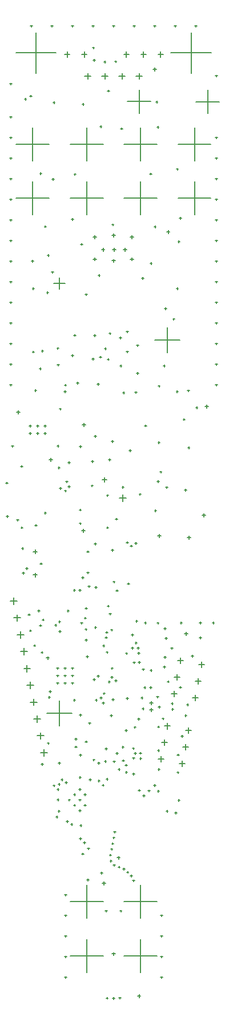
<source format=gbr>
G04 Layer_Color=128*
%FSLAX25Y25*%
%MOIN*%
%TF.FileFunction,Drillmap*%
%TF.Part,Single*%
G01*
G75*
%TA.AperFunction,NonConductor*%
%ADD143C,0.00500*%
D143*
X-46881Y294500D02*
X-44519D01*
X-45700Y293319D02*
Y295681D01*
X-46881Y307886D02*
X-44519D01*
X-45700Y306705D02*
Y309067D01*
X-44668Y200694D02*
X-40731D01*
X-42700Y198726D02*
Y202663D01*
X45971Y222771D02*
X49317D01*
X47644Y221098D02*
Y224444D01*
X33604Y225175D02*
X36950D01*
X35277Y223502D02*
Y226848D01*
X35482Y234837D02*
X38828D01*
X37155Y233163D02*
Y236510D01*
X37360Y244498D02*
X40706D01*
X39033Y242825D02*
Y246172D01*
X49727Y242094D02*
X53073D01*
X51400Y240421D02*
Y243768D01*
X47849Y232433D02*
X51195D01*
X49522Y230760D02*
Y234106D01*
X29838Y206360D02*
X33184D01*
X31511Y204687D02*
Y208033D01*
X42205Y203956D02*
X45551D01*
X43878Y202283D02*
Y205629D01*
X40327Y194295D02*
X43673D01*
X42000Y192621D02*
Y195968D01*
X38449Y184633D02*
X41795D01*
X40122Y182960D02*
Y186306D01*
X26082Y187037D02*
X29428D01*
X27755Y185363D02*
Y188710D01*
X27960Y196698D02*
X31306D01*
X29633Y195025D02*
Y198372D01*
X-18675Y597457D02*
X-15525D01*
X-17100Y595882D02*
Y599031D01*
X-28675Y597457D02*
X-25525D01*
X-27100Y595882D02*
Y599031D01*
X5925Y597457D02*
X9075D01*
X7500Y595882D02*
Y599031D01*
X25925Y597457D02*
X29075D01*
X27500Y595882D02*
Y599031D01*
X15925Y597457D02*
X19075D01*
X17500Y595882D02*
Y599031D01*
X2138Y129728D02*
X3738D01*
X2938Y128928D02*
Y130528D01*
X-42669Y190894D02*
X-38732D01*
X-40700Y188926D02*
Y192863D01*
X-46595Y210523D02*
X-42658D01*
X-44627Y208555D02*
Y212492D01*
X6102Y513779D02*
X25394D01*
X15748Y504134D02*
Y523425D01*
X37598Y513779D02*
X56890D01*
X47244Y504134D02*
Y523425D01*
X37598Y545276D02*
X56890D01*
X47244Y535630D02*
Y554921D01*
X6102Y545276D02*
X25394D01*
X15748Y535630D02*
Y554921D01*
X-56890Y513779D02*
X-37598D01*
X-47244Y504134D02*
Y523425D01*
X-25394Y513779D02*
X-6102D01*
X-15748Y504134D02*
Y523425D01*
X-25394Y545276D02*
X-6102D01*
X-15748Y535630D02*
Y554921D01*
X-56890Y545276D02*
X-37598D01*
X-47244Y535630D02*
Y554921D01*
X-25394Y104331D02*
X-6102D01*
X-15748Y94685D02*
Y113976D01*
X6102Y104331D02*
X25394D01*
X15748Y94685D02*
Y113976D01*
X6102Y72638D02*
X25394D01*
X15748Y62992D02*
Y82284D01*
X-25394Y72638D02*
X-6102D01*
X-15748Y62992D02*
Y82284D01*
X-57087Y598425D02*
X-33465D01*
X-45276Y586614D02*
Y610236D01*
X33465Y598425D02*
X57087D01*
X45276Y586614D02*
Y610236D01*
X-50480Y230142D02*
X-46543D01*
X-48512Y228174D02*
Y232111D01*
X-52423Y239952D02*
X-48486D01*
X-50454Y237983D02*
Y241920D01*
X-54365Y249761D02*
X-50428D01*
X-52396Y247793D02*
Y251730D01*
X-56307Y259571D02*
X-52370D01*
X-54339Y257602D02*
Y261539D01*
X-58250Y269380D02*
X-54313D01*
X-56281Y267412D02*
Y271349D01*
X-60192Y279190D02*
X-56255D01*
X-58223Y277221D02*
Y281158D01*
X-48538Y220333D02*
X-44601D01*
X-46569Y218364D02*
Y222301D01*
X48010Y570000D02*
X61790D01*
X54900Y563110D02*
Y576890D01*
X8010Y570100D02*
X21790D01*
X14900Y563210D02*
Y576990D01*
X3321Y339199D02*
X7258D01*
X5289Y337230D02*
Y341167D01*
X-6667Y349778D02*
X-3911D01*
X-5289Y348400D02*
Y351155D01*
X13128Y584800D02*
X16672D01*
X14900Y583028D02*
Y586572D01*
X3128Y584800D02*
X6672D01*
X4900Y583028D02*
Y586572D01*
X-6872Y584800D02*
X-3328D01*
X-5100Y583028D02*
Y586572D01*
X-16872Y584800D02*
X-13328D01*
X-15100Y583028D02*
Y586572D01*
X24213Y431102D02*
X38780D01*
X31496Y423819D02*
Y438386D01*
X-38780Y213779D02*
X-24213D01*
X-31496Y206496D02*
Y221063D01*
X-34843Y464173D02*
X-28150D01*
X-31496Y460827D02*
Y467520D01*
X-12890Y360500D02*
X-11709D01*
X-12300Y359910D02*
Y361090D01*
X9809Y311300D02*
X10991D01*
X10400Y310710D02*
Y311891D01*
X30509Y345400D02*
X31691D01*
X31100Y344810D02*
Y345990D01*
X37609Y163100D02*
X38791D01*
X38200Y162509D02*
Y163691D01*
X37128Y189618D02*
X38309D01*
X37718Y189027D02*
Y190208D01*
X33709Y219500D02*
X34891D01*
X34300Y218910D02*
Y220091D01*
X26109Y217500D02*
X27291D01*
X26700Y216910D02*
Y218091D01*
X-33691Y153600D02*
X-32509D01*
X-33100Y153009D02*
Y154191D01*
X-19990Y324400D02*
X-18810D01*
X-19400Y323810D02*
Y324991D01*
X-19990Y332300D02*
X-18810D01*
X-19400Y331710D02*
Y332891D01*
X-36191Y470700D02*
X-35009D01*
X-35600Y470110D02*
Y471290D01*
X-47791Y477100D02*
X-46609D01*
X-47200Y476510D02*
Y477691D01*
X-47391Y461100D02*
X-46209D01*
X-46800Y460509D02*
Y461691D01*
X-47391Y424300D02*
X-46209D01*
X-46800Y423709D02*
Y424891D01*
X-43291Y414500D02*
X-42109D01*
X-42700Y413909D02*
Y415091D01*
X-40391Y330600D02*
X-39209D01*
X-39800Y330010D02*
Y331190D01*
X-53690Y309900D02*
X-52509D01*
X-53100Y309310D02*
Y310490D01*
X-54090Y322000D02*
X-52909D01*
X-53500Y321410D02*
Y322590D01*
X-45891Y323300D02*
X-44709D01*
X-45300Y322709D02*
Y323890D01*
X-62490Y328600D02*
X-61309D01*
X-61900Y328010D02*
Y329190D01*
X-62890Y348000D02*
X-61709D01*
X-62300Y347410D02*
Y348590D01*
X-54134Y357677D02*
X-52953D01*
X-53543Y357087D02*
Y358268D01*
X-32391Y356800D02*
X-31209D01*
X-31800Y356209D02*
Y357390D01*
X-2791Y361600D02*
X-1609D01*
X-2200Y361010D02*
Y362191D01*
X-4091Y340700D02*
X-2909D01*
X-3500Y340109D02*
Y341290D01*
X1110Y327000D02*
X2290D01*
X1700Y326410D02*
Y327590D01*
X-4091Y322000D02*
X-2909D01*
X-3500Y321410D02*
Y322590D01*
X23910Y331800D02*
X25091D01*
X24500Y331209D02*
Y332390D01*
X4909Y345600D02*
X6091D01*
X5500Y345009D02*
Y346191D01*
X14909Y341400D02*
X16091D01*
X15500Y340809D02*
Y341990D01*
X41409Y343800D02*
X42591D01*
X42000Y343210D02*
Y344391D01*
X43309Y368500D02*
X44491D01*
X43900Y367910D02*
Y369091D01*
X25909Y371600D02*
X27091D01*
X26500Y371009D02*
Y372190D01*
X40609Y385000D02*
X41791D01*
X41200Y384409D02*
Y385591D01*
X27009Y354400D02*
X28191D01*
X27600Y353809D02*
Y354991D01*
X18110Y381300D02*
X19290D01*
X18700Y380710D02*
Y381891D01*
X9209Y366800D02*
X10391D01*
X9800Y366210D02*
Y367390D01*
X-1190Y372100D02*
X-10D01*
X-600Y371510D02*
Y372691D01*
X-46091Y401800D02*
X-44909D01*
X-45500Y401209D02*
Y402390D01*
X-21490Y406200D02*
X-20310D01*
X-20900Y405610D02*
Y406790D01*
X-9491Y405600D02*
X-8309D01*
X-8900Y405010D02*
Y406190D01*
X5309Y400500D02*
X6491D01*
X5900Y399909D02*
Y401090D01*
X13409Y411900D02*
X14591D01*
X14000Y411309D02*
Y412491D01*
X3709Y416200D02*
X4891D01*
X4300Y415610D02*
Y416790D01*
X29009Y416100D02*
X30191D01*
X29600Y415510D02*
Y416690D01*
X26009Y404400D02*
X27191D01*
X26600Y403809D02*
Y404990D01*
X34609Y443400D02*
X35791D01*
X35200Y442809D02*
Y443991D01*
X-11591Y433800D02*
X-10409D01*
X-11000Y433210D02*
Y434390D01*
X-5291Y426200D02*
X-4109D01*
X-4700Y425609D02*
Y426791D01*
X-12591Y420100D02*
X-11409D01*
X-12000Y419510D02*
Y420690D01*
X-24490Y422100D02*
X-23310D01*
X-23900Y421510D02*
Y422690D01*
X-42091Y424900D02*
X-40909D01*
X-41500Y424309D02*
Y425491D01*
X-39091Y458800D02*
X-37909D01*
X-38500Y458210D02*
Y459390D01*
X-16590Y457700D02*
X-15409D01*
X-16000Y457109D02*
Y458290D01*
X38509Y502100D02*
X39691D01*
X39100Y501510D02*
Y502691D01*
X37609Y488500D02*
X38791D01*
X38200Y487910D02*
Y489090D01*
X21309Y475800D02*
X22490D01*
X21900Y475210D02*
Y476391D01*
X-8991Y468800D02*
X-7809D01*
X-8400Y468210D02*
Y469390D01*
X23709Y497200D02*
X24891D01*
X24300Y496609D02*
Y497790D01*
X-991Y498400D02*
X190D01*
X-400Y497810D02*
Y498990D01*
X-19191Y487000D02*
X-18010D01*
X-18600Y486410D02*
Y487591D01*
X-40391Y497300D02*
X-39209D01*
X-39800Y496709D02*
Y497891D01*
X-24590Y501600D02*
X-23410D01*
X-24000Y501010D02*
Y502190D01*
X-43091Y528100D02*
X-41909D01*
X-42500Y527509D02*
Y528690D01*
X-23090Y527700D02*
X-21910D01*
X-22500Y527109D02*
Y528291D01*
X21110Y528000D02*
X22290D01*
X21700Y527410D02*
Y528590D01*
X36709Y530700D02*
X37891D01*
X37300Y530110D02*
Y531290D01*
X25310Y555200D02*
X26491D01*
X25900Y554609D02*
Y555791D01*
X24710Y569800D02*
X25891D01*
X25300Y569209D02*
Y570391D01*
X-12291Y601400D02*
X-11109D01*
X-11700Y600809D02*
Y601991D01*
X-11891Y594100D02*
X-10709D01*
X-11300Y593509D02*
Y594691D01*
X709Y593400D02*
X1891D01*
X1300Y592809D02*
Y593991D01*
X-35291Y569500D02*
X-34109D01*
X-34700Y568910D02*
Y570090D01*
X-7991Y555600D02*
X-6809D01*
X-7400Y555010D02*
Y556190D01*
X-18291Y568500D02*
X-17109D01*
X-17700Y567909D02*
Y569091D01*
X-3591Y576300D02*
X-2410D01*
X-3000Y575709D02*
Y576891D01*
X-32791Y416700D02*
X-31609D01*
X-32200Y416110D02*
Y417290D01*
X42709Y218900D02*
X43891D01*
X43300Y218309D02*
Y219491D01*
X41609Y212500D02*
X42791D01*
X42200Y211910D02*
Y213090D01*
X39509Y200600D02*
X40691D01*
X40100Y200009D02*
Y201191D01*
X29509Y246600D02*
X30691D01*
X30100Y246009D02*
Y247190D01*
X16809Y239400D02*
X17990D01*
X17400Y238809D02*
Y239990D01*
X21309Y238900D02*
X22490D01*
X21900Y238310D02*
Y239491D01*
X29209Y240800D02*
X30391D01*
X29800Y240210D02*
Y241390D01*
X45509Y247100D02*
X46691D01*
X46100Y246510D02*
Y247691D01*
X57709Y266600D02*
X58890D01*
X58300Y266009D02*
Y267191D01*
X50109Y257900D02*
X51291D01*
X50700Y257310D02*
Y258490D01*
X50109Y266600D02*
X51291D01*
X50700Y266009D02*
Y267191D01*
X38909Y266500D02*
X40091D01*
X39500Y265910D02*
Y267091D01*
X29509Y263100D02*
X30691D01*
X30100Y262509D02*
Y263690D01*
X25310Y266400D02*
X26491D01*
X25900Y265809D02*
Y266990D01*
X18010Y266600D02*
X19191D01*
X18600Y266009D02*
Y267191D01*
X12910Y267500D02*
X14090D01*
X13500Y266910D02*
Y268091D01*
X-2490Y271700D02*
X-1309D01*
X-1900Y271110D02*
Y272290D01*
X1510Y285300D02*
X2691D01*
X2100Y284710D02*
Y285891D01*
X-15590Y308000D02*
X-14410D01*
X-15000Y307410D02*
Y308591D01*
X-16590Y275000D02*
X-15409D01*
X-16000Y274410D02*
Y275590D01*
X-18590Y292900D02*
X-17410D01*
X-18000Y292309D02*
Y293491D01*
X-10891Y287100D02*
X-9709D01*
X-10300Y286509D02*
Y287690D01*
X-14890Y287700D02*
X-13710D01*
X-14300Y287109D02*
Y288291D01*
X-44191Y273500D02*
X-43009D01*
X-43600Y272909D02*
Y274091D01*
X-27091Y273600D02*
X-25909D01*
X-26500Y273009D02*
Y274190D01*
X-16590Y256500D02*
X-15409D01*
X-16000Y255909D02*
Y257090D01*
X-15790Y246900D02*
X-14609D01*
X-15200Y246309D02*
Y247491D01*
X-37491Y226500D02*
X-36309D01*
X-36900Y225909D02*
Y227091D01*
X-42191Y184200D02*
X-41009D01*
X-41600Y183609D02*
Y184791D01*
X-22591Y194300D02*
X-21409D01*
X-22000Y193709D02*
Y194891D01*
X-16590Y197300D02*
X-15409D01*
X-16000Y196709D02*
Y197891D01*
X-5291Y185900D02*
X-4109D01*
X-4700Y185309D02*
Y186491D01*
X-12091Y186700D02*
X-10909D01*
X-11500Y186109D02*
Y187291D01*
X-32385Y156853D02*
X-31204D01*
X-31795Y156262D02*
Y157443D01*
X-33021Y163586D02*
X-31840D01*
X-32430Y162995D02*
Y164176D01*
X-35291Y171695D02*
X-34109D01*
X-34700Y171104D02*
Y172285D01*
X35809Y155800D02*
X36991D01*
X36400Y155209D02*
Y156391D01*
X30709Y156800D02*
X31891D01*
X31300Y156209D02*
Y157391D01*
X9809Y119100D02*
X10991D01*
X10400Y118509D02*
Y119691D01*
X7709Y121300D02*
X8891D01*
X8300Y120709D02*
Y121891D01*
X109Y144700D02*
X1290D01*
X700Y144109D02*
Y145291D01*
X-390Y141400D02*
X790D01*
X200Y140809D02*
Y141991D01*
X-1091Y138000D02*
X91D01*
X-500Y137409D02*
Y138591D01*
X-1691Y134700D02*
X-509D01*
X-1100Y134109D02*
Y135291D01*
X-2390Y131300D02*
X-1209D01*
X-1800Y130709D02*
Y131891D01*
X-2090Y127900D02*
X-910D01*
X-1500Y127309D02*
Y128491D01*
X-190Y125400D02*
X991D01*
X400Y124809D02*
Y125991D01*
X-11191Y312500D02*
X-10009D01*
X-10600Y311910D02*
Y313090D01*
X-1190Y308900D02*
X-10D01*
X-600Y308310D02*
Y309490D01*
X8109Y289300D02*
X9291D01*
X8700Y288709D02*
Y289891D01*
X-49091Y262000D02*
X-47909D01*
X-48500Y261409D02*
Y262591D01*
X-43191Y265000D02*
X-42009D01*
X-42600Y264409D02*
Y265591D01*
X-17090Y269300D02*
X-15910D01*
X-16500Y268709D02*
Y269890D01*
X-11091Y263900D02*
X-9909D01*
X-10500Y263310D02*
Y264491D01*
X33909Y216200D02*
X35091D01*
X34500Y215610D02*
Y216791D01*
X28309Y210700D02*
X29491D01*
X28900Y210109D02*
Y211291D01*
X21210Y228900D02*
X22390D01*
X21800Y228309D02*
Y229490D01*
X25210Y223400D02*
X26391D01*
X25800Y222810D02*
Y223991D01*
X-3091Y232100D02*
X-1909D01*
X-2500Y231509D02*
Y232691D01*
X-1481Y234780D02*
X-300D01*
X-891Y234189D02*
Y235370D01*
X809Y232894D02*
X1991D01*
X1400Y232304D02*
Y233485D01*
X-891Y221800D02*
X291D01*
X-300Y221210D02*
Y222391D01*
X-15590Y295700D02*
X-14410D01*
X-15000Y295110D02*
Y296290D01*
X-42891Y301000D02*
X-41709D01*
X-42300Y300410D02*
Y301590D01*
X-49791Y271300D02*
X-48609D01*
X-49200Y270709D02*
Y271890D01*
X17709Y228800D02*
X18891D01*
X18300Y228209D02*
Y229391D01*
X25609Y168500D02*
X26791D01*
X26200Y167909D02*
Y169091D01*
X-41691Y268300D02*
X-40509D01*
X-41100Y267709D02*
Y268891D01*
X-31489Y344777D02*
X-30308D01*
X-30899Y344186D02*
Y345368D01*
X-28691Y343400D02*
X-27509D01*
X-28100Y342810D02*
Y343990D01*
X-27891Y348694D02*
X-26709D01*
X-27300Y348104D02*
Y349285D01*
X-38691Y480600D02*
X-37509D01*
X-38100Y480010D02*
Y481190D01*
X4109Y554300D02*
X5291D01*
X4700Y553710D02*
Y554890D01*
X-56590Y326400D02*
X-55409D01*
X-56000Y325810D02*
Y326991D01*
X-46691Y253300D02*
X-45509D01*
X-46100Y252710D02*
Y253890D01*
X-19191Y266400D02*
X-18010D01*
X-18600Y265809D02*
Y266990D01*
X-16691Y262700D02*
X-15509D01*
X-16100Y262109D02*
Y263291D01*
X-32091Y267200D02*
X-30909D01*
X-31500Y266610D02*
Y267791D01*
X-31791Y261600D02*
X-30609D01*
X-31200Y261010D02*
Y262191D01*
X-34291Y265100D02*
X-33109D01*
X-33700Y264510D02*
Y265690D01*
X-23391Y221495D02*
X-22209D01*
X-22800Y220904D02*
Y222085D01*
X-11891Y233500D02*
X-10709D01*
X-11300Y232909D02*
Y234090D01*
X-9591Y235500D02*
X-8409D01*
X-9000Y234910D02*
Y236090D01*
X-7791Y222900D02*
X-6609D01*
X-7200Y222309D02*
Y223491D01*
X-6091Y225400D02*
X-4909D01*
X-5500Y224810D02*
Y225991D01*
X-6491Y219795D02*
X-5309D01*
X-5900Y219204D02*
Y220385D01*
X17109Y165800D02*
X18291D01*
X17700Y165209D02*
Y166391D01*
X20210Y168700D02*
X21391D01*
X20800Y168109D02*
Y169291D01*
X14410Y168994D02*
X15590D01*
X15000Y168404D02*
Y169585D01*
X10509Y259600D02*
X11691D01*
X11100Y259010D02*
Y260191D01*
X-4491Y261000D02*
X-3309D01*
X-3900Y260409D02*
Y261591D01*
X14209Y248900D02*
X15391D01*
X14800Y248309D02*
Y249490D01*
X10509Y251900D02*
X11691D01*
X11100Y251309D02*
Y252490D01*
X11409Y243400D02*
X12591D01*
X12000Y242810D02*
Y243990D01*
X14510Y243500D02*
X15690D01*
X15100Y242910D02*
Y244091D01*
X7009Y248694D02*
X8191D01*
X7600Y248104D02*
Y249285D01*
X-51990Y571600D02*
X-50809D01*
X-51400Y571009D02*
Y572191D01*
X-48791Y573300D02*
X-47609D01*
X-48200Y572710D02*
Y573890D01*
X31309Y232295D02*
X32491D01*
X31900Y231704D02*
Y232885D01*
X-3691Y420000D02*
X-2510D01*
X-3100Y419410D02*
Y420590D01*
X-20190Y285600D02*
X-19010D01*
X-19600Y285010D02*
Y286191D01*
X-23391Y285600D02*
X-22209D01*
X-22800Y285010D02*
Y286191D01*
X-26591Y345800D02*
X-25409D01*
X-26000Y345210D02*
Y346391D01*
X-18584Y320195D02*
X-16616D01*
X-17600Y319211D02*
Y321180D01*
X53316Y392400D02*
X55284D01*
X54300Y391416D02*
Y393384D01*
X48009Y391900D02*
X49191D01*
X48600Y391309D02*
Y392491D01*
X51716Y329300D02*
X53684D01*
X52700Y328316D02*
Y330284D01*
X12509Y312800D02*
X13690D01*
X13100Y312210D02*
Y313390D01*
X7509Y424400D02*
X8691D01*
X8100Y423809D02*
Y424991D01*
X12409Y400700D02*
X13590D01*
X13000Y400109D02*
Y401291D01*
X-8191Y421300D02*
X-7009D01*
X-7600Y420710D02*
Y421890D01*
X36609Y401200D02*
X37791D01*
X37200Y400609D02*
Y401791D01*
X29809Y449500D02*
X30991D01*
X30400Y448910D02*
Y450091D01*
X-60491Y580400D02*
X-59310D01*
X-59900Y579810D02*
Y580991D01*
X-5691Y593200D02*
X-4509D01*
X-5100Y592610D02*
Y593790D01*
X9843Y478346D02*
X11811D01*
X10827Y477362D02*
Y479331D01*
X-11811Y478346D02*
X-9843D01*
X-10827Y477362D02*
Y479331D01*
X-984Y477362D02*
X984D01*
X0Y476378D02*
Y478346D01*
X-984Y492126D02*
X984D01*
X0Y491142D02*
Y493110D01*
X9843Y491142D02*
X11811D01*
X10827Y490158D02*
Y492126D01*
X-11811Y491142D02*
X-9843D01*
X-10827Y490158D02*
Y492126D01*
X30916Y494100D02*
X32884D01*
X31900Y493116D02*
Y495084D01*
X23216Y588900D02*
X25184D01*
X24200Y587916D02*
Y589884D01*
X-591Y47894D02*
X591D01*
X0Y47304D02*
Y48485D01*
X21116Y215794D02*
X23084D01*
X22100Y214810D02*
Y216779D01*
X-19891Y189495D02*
X-18710D01*
X-19300Y188904D02*
Y190085D01*
X-59591Y369394D02*
X-58410D01*
X-59000Y368804D02*
Y369985D01*
X13510Y428094D02*
X14691D01*
X14100Y427504D02*
Y428685D01*
X3409Y432594D02*
X4591D01*
X4000Y432004D02*
Y433185D01*
X-23190Y433994D02*
X-22009D01*
X-22600Y433404D02*
Y434585D01*
X16409Y467195D02*
X17591D01*
X17000Y466604D02*
Y467785D01*
X36709Y461195D02*
X37891D01*
X37300Y460604D02*
Y461785D01*
X43109Y401694D02*
X44291D01*
X43700Y401104D02*
Y402285D01*
X-18590Y131994D02*
X-17410D01*
X-18000Y131404D02*
Y132585D01*
X-13091Y346394D02*
X-11909D01*
X-12500Y345804D02*
Y346985D01*
X-15491Y116894D02*
X-14310D01*
X-14900Y116304D02*
Y117485D01*
X-4891Y98694D02*
X-3709D01*
X-4300Y98104D02*
Y99285D01*
X3709Y98694D02*
X4891D01*
X4300Y98104D02*
Y99285D01*
X11209Y116400D02*
X12391D01*
X11800Y115809D02*
Y116991D01*
X-19891Y140795D02*
X-18710D01*
X-19300Y140204D02*
Y141385D01*
X59409Y585094D02*
X60590D01*
X60000Y584504D02*
Y585685D01*
X-36591Y614094D02*
X-35409D01*
X-36000Y613504D02*
Y614685D01*
X-48591Y614094D02*
X-47409D01*
X-48000Y613504D02*
Y614685D01*
X47409Y614094D02*
X48591D01*
X48000Y613504D02*
Y614685D01*
X35409Y614094D02*
X36591D01*
X36000Y613504D02*
Y614685D01*
X23410Y614094D02*
X24590D01*
X24000Y613504D02*
Y614685D01*
X11409Y614094D02*
X12591D01*
X12000Y613504D02*
Y614685D01*
X-591Y614094D02*
X591D01*
X0Y613504D02*
Y614685D01*
X-12591Y614094D02*
X-11409D01*
X-12000Y613504D02*
Y614685D01*
X-24590Y614094D02*
X-23410D01*
X-24000Y613504D02*
Y614685D01*
X59409Y405094D02*
X60590D01*
X60000Y404504D02*
Y405685D01*
X59409Y417095D02*
X60590D01*
X60000Y416504D02*
Y417685D01*
X59409Y429095D02*
X60590D01*
X60000Y428504D02*
Y429685D01*
X59409Y441094D02*
X60590D01*
X60000Y440504D02*
Y441685D01*
X59409Y453094D02*
X60590D01*
X60000Y452504D02*
Y453685D01*
X59409Y465095D02*
X60590D01*
X60000Y464504D02*
Y465685D01*
X59409Y477095D02*
X60590D01*
X60000Y476504D02*
Y477685D01*
X59409Y489094D02*
X60590D01*
X60000Y488504D02*
Y489685D01*
X59409Y501094D02*
X60590D01*
X60000Y500504D02*
Y501685D01*
X59409Y513095D02*
X60590D01*
X60000Y512504D02*
Y513685D01*
X59409Y525095D02*
X60590D01*
X60000Y524504D02*
Y525685D01*
X59409Y537094D02*
X60590D01*
X60000Y536504D02*
Y537685D01*
X59409Y549094D02*
X60590D01*
X60000Y548504D02*
Y549685D01*
X-60590Y525095D02*
X-59409D01*
X-60000Y524504D02*
Y525685D01*
X-60590Y537094D02*
X-59409D01*
X-60000Y536504D02*
Y537685D01*
X-60590Y549094D02*
X-59409D01*
X-60000Y548504D02*
Y549685D01*
X-60590Y561095D02*
X-59409D01*
X-60000Y560504D02*
Y561685D01*
X-60590Y465095D02*
X-59409D01*
X-60000Y464504D02*
Y465685D01*
X-60590Y477095D02*
X-59409D01*
X-60000Y476504D02*
Y477685D01*
X-60590Y489094D02*
X-59409D01*
X-60000Y488504D02*
Y489685D01*
X-60590Y501094D02*
X-59409D01*
X-60000Y500504D02*
Y501685D01*
X-60590Y513095D02*
X-59409D01*
X-60000Y512504D02*
Y513685D01*
X-60590Y405094D02*
X-59409D01*
X-60000Y404504D02*
Y405685D01*
X-60590Y417095D02*
X-59409D01*
X-60000Y416504D02*
Y417685D01*
X-60590Y429095D02*
X-59409D01*
X-60000Y428504D02*
Y429685D01*
X-60590Y441094D02*
X-59409D01*
X-60000Y440504D02*
Y441685D01*
X-60590Y453094D02*
X-59409D01*
X-60000Y452504D02*
Y453685D01*
X27409Y60094D02*
X28591D01*
X28000Y59504D02*
Y60685D01*
X27409Y72095D02*
X28591D01*
X28000Y71504D02*
Y72685D01*
X27409Y84095D02*
X28591D01*
X28000Y83504D02*
Y84685D01*
X27409Y96095D02*
X28591D01*
X28000Y95504D02*
Y96685D01*
X-28591Y108095D02*
X-27409D01*
X-28000Y107504D02*
Y108685D01*
X-28591Y96095D02*
X-27409D01*
X-28000Y95504D02*
Y96685D01*
X-28591Y84095D02*
X-27409D01*
X-28000Y83504D02*
Y84685D01*
X-28591Y72095D02*
X-27409D01*
X-28000Y71504D02*
Y72685D01*
X-28591Y60094D02*
X-27409D01*
X-28000Y59504D02*
Y60685D01*
X-28691Y404994D02*
X-27509D01*
X-28100Y404404D02*
Y405585D01*
X-28791Y401194D02*
X-27609D01*
X-28200Y400604D02*
Y401785D01*
X25394Y348819D02*
X26575D01*
X25984Y348228D02*
Y349410D01*
X-20090Y176594D02*
X-18910D01*
X-19500Y176004D02*
Y177185D01*
X25787Y317323D02*
X27756D01*
X26772Y316339D02*
Y318307D01*
X-11220Y375197D02*
X-10039D01*
X-10630Y374606D02*
Y375787D01*
X-17520Y138583D02*
X-16339D01*
X-16929Y137992D02*
Y139173D01*
X-25000Y149213D02*
X-23819D01*
X-24409Y148622D02*
Y149803D01*
X-15157Y135039D02*
X-13976D01*
X-14567Y134449D02*
Y135630D01*
X-28191Y173495D02*
X-27009D01*
X-27600Y172904D02*
Y174085D01*
X7509Y436095D02*
X8691D01*
X8100Y435504D02*
Y436685D01*
X-2691Y435094D02*
X-1510D01*
X-2100Y434504D02*
Y435685D01*
X-56484Y389194D02*
X-54516D01*
X-55500Y388210D02*
Y390179D01*
X-37734Y361644D02*
X-35765D01*
X-36750Y360660D02*
Y362628D01*
X-6684Y114795D02*
X-4716D01*
X-5700Y113810D02*
Y115779D01*
X-19691Y148495D02*
X-18509D01*
X-19100Y147904D02*
Y149085D01*
X-18184Y381995D02*
X-16216D01*
X-17200Y381010D02*
Y382979D01*
X43016Y316195D02*
X44984D01*
X44000Y315210D02*
Y317179D01*
X41516Y260194D02*
X43484D01*
X42500Y259210D02*
Y261179D01*
X-7084Y483994D02*
X-5116D01*
X-6100Y483010D02*
Y484979D01*
X-684Y483894D02*
X1284D01*
X300Y482910D02*
Y484879D01*
X5616Y483794D02*
X7584D01*
X6600Y482810D02*
Y484779D01*
X-984Y73694D02*
X984D01*
X0Y72710D02*
Y74679D01*
X13916Y49194D02*
X15884D01*
X14900Y48210D02*
Y50179D01*
X2709Y124294D02*
X3891D01*
X3300Y123704D02*
Y124885D01*
X-9091Y174495D02*
X-7909D01*
X-8500Y173904D02*
Y175085D01*
X-31691Y391094D02*
X-30509D01*
X-31100Y390504D02*
Y391685D01*
X-32991Y369595D02*
X-31809D01*
X-32400Y369004D02*
Y370185D01*
X38409Y228994D02*
X39591D01*
X39000Y228404D02*
Y229585D01*
X-291Y290394D02*
X891D01*
X300Y289804D02*
Y290985D01*
X7409Y313295D02*
X8591D01*
X8000Y312704D02*
Y313885D01*
X-39187Y246094D02*
X-37613D01*
X-38400Y245307D02*
Y246882D01*
X21016Y219994D02*
X22984D01*
X22000Y219010D02*
Y220979D01*
X-38091Y223195D02*
X-36909D01*
X-37500Y222604D02*
Y223785D01*
X-1390Y240094D02*
X-209D01*
X-800Y239504D02*
Y240685D01*
X-32124Y184857D02*
X-30943D01*
X-31534Y184266D02*
Y185447D01*
X-32324Y172547D02*
X-31143D01*
X-31734Y171957D02*
Y173138D01*
X-30691Y175195D02*
X-29509D01*
X-30100Y174604D02*
Y175785D01*
X-32991Y169494D02*
X-31809D01*
X-32400Y168904D02*
Y170085D01*
X-27591Y150894D02*
X-26409D01*
X-27000Y150304D02*
Y151485D01*
X-42291Y249294D02*
X-41109D01*
X-41700Y248704D02*
Y249885D01*
X-4291Y249400D02*
X-3109D01*
X-3700Y248810D02*
Y249991D01*
X-6300Y253260D02*
X-5118D01*
X-5709Y252670D02*
Y253851D01*
X-4922Y257985D02*
X-3740D01*
X-4331Y257395D02*
Y258576D01*
X-1673Y262414D02*
X-492D01*
X-1083Y261824D02*
Y263005D01*
X-3642Y276293D02*
X-2461D01*
X-3051Y275703D02*
Y276884D01*
X-14173Y175197D02*
X-12992D01*
X-13583Y174606D02*
Y175787D01*
X-22591Y198895D02*
X-21409D01*
X-22000Y198304D02*
Y199485D01*
X-14567Y208071D02*
X-13386D01*
X-13976Y207480D02*
Y208661D01*
X-10691Y221500D02*
X-9509D01*
X-10100Y220910D02*
Y222091D01*
X-19783Y212894D02*
X-18602D01*
X-19193Y212303D02*
Y213484D01*
X-38681Y196358D02*
X-37500D01*
X-38091Y195768D02*
Y196949D01*
X25709Y206000D02*
X26891D01*
X26300Y205410D02*
Y206591D01*
X37009Y179400D02*
X38191D01*
X37600Y178809D02*
Y179991D01*
X15158Y190659D02*
X16339D01*
X15749Y190068D02*
Y191250D01*
X-9191Y184900D02*
X-8009D01*
X-8600Y184309D02*
Y185491D01*
X23543Y171900D02*
X24724D01*
X24134Y171309D02*
Y172491D01*
X11209Y178495D02*
X12391D01*
X11800Y177904D02*
Y179085D01*
X6809Y203900D02*
X7991D01*
X7400Y203309D02*
Y204491D01*
X4921Y194193D02*
X6102D01*
X5512Y193602D02*
Y194783D01*
X25909Y181100D02*
X27091D01*
X26500Y180509D02*
Y181691D01*
X15257Y187608D02*
X16438D01*
X15847Y187017D02*
Y188198D01*
X11122Y187697D02*
X12303D01*
X11713Y187106D02*
Y188287D01*
X6792Y183670D02*
X7973D01*
X7382Y183080D02*
Y184261D01*
X6909Y179495D02*
X8091D01*
X7500Y178904D02*
Y180085D01*
X-4331Y175492D02*
X-3150D01*
X-3740Y174902D02*
Y176083D01*
X-6693Y171957D02*
X-5512D01*
X-6103Y171367D02*
Y172548D01*
X2658Y181111D02*
X3839D01*
X3248Y180521D02*
Y181702D01*
X-4891Y193100D02*
X-3709D01*
X-4300Y192509D02*
Y193691D01*
X1476Y190551D02*
X2657D01*
X2067Y189961D02*
Y191142D01*
X5118Y186319D02*
X6299D01*
X5709Y185728D02*
Y186909D01*
X-197Y185737D02*
X984D01*
X394Y185147D02*
Y186328D01*
X12205Y190462D02*
X13386D01*
X12796Y189872D02*
Y191053D01*
X11024Y193415D02*
X12205D01*
X11615Y192824D02*
Y194006D01*
X25709Y192200D02*
X26891D01*
X26300Y191609D02*
Y192791D01*
X-4331Y47954D02*
X-3150D01*
X-3740Y47364D02*
Y48545D01*
X3150Y48035D02*
X4331D01*
X3740Y47444D02*
Y48625D01*
X5509Y123200D02*
X6691D01*
X6100Y122609D02*
Y123791D01*
X-7491Y120900D02*
X-6309D01*
X-6900Y120309D02*
Y121491D01*
X30109Y257500D02*
X31291D01*
X30700Y256909D02*
Y258090D01*
X33509Y251700D02*
X34691D01*
X34100Y251110D02*
Y252291D01*
X-33091Y426400D02*
X-31909D01*
X-32500Y425809D02*
Y426991D01*
X-35868Y524923D02*
X-34687D01*
X-35277Y524332D02*
Y525513D01*
X-17213Y160324D02*
X-16032D01*
X-16623Y159733D02*
Y160914D01*
X-20276Y163386D02*
X-19094D01*
X-19685Y162795D02*
Y163976D01*
X-20276Y157261D02*
X-19094D01*
X-19685Y156671D02*
Y157852D01*
X-23338Y160324D02*
X-22157D01*
X-22747Y159733D02*
Y160914D01*
X-26400Y163386D02*
X-25219D01*
X-25810Y162795D02*
Y163976D01*
X-23338Y166448D02*
X-22157D01*
X-22747Y165858D02*
Y167039D01*
X-17213Y166448D02*
X-16032D01*
X-16623Y165858D02*
Y167039D01*
X-20276Y169510D02*
X-19094D01*
X-19685Y168920D02*
Y170101D01*
X-24604Y235732D02*
X-23423D01*
X-24013Y235141D02*
Y236322D01*
X-24604Y231401D02*
X-23423D01*
X-24013Y230810D02*
Y231991D01*
X-24604Y240062D02*
X-23423D01*
X-24013Y239472D02*
Y240653D01*
X-33265Y240062D02*
X-32084D01*
X-32675Y239472D02*
Y240653D01*
X-33265Y235732D02*
X-32084D01*
X-32675Y235141D02*
Y236322D01*
X-33265Y231401D02*
X-32084D01*
X-32675Y230810D02*
Y231991D01*
X-28935Y240062D02*
X-27754D01*
X-28344Y239472D02*
Y240653D01*
X-28935Y235732D02*
X-27753D01*
X-28344Y235141D02*
Y236322D01*
X-28935Y231401D02*
X-27754D01*
X-28344Y230810D02*
Y231991D01*
X-49213Y376772D02*
X-48031D01*
X-48622Y376181D02*
Y377362D01*
X-49213Y381102D02*
X-48031D01*
X-48622Y380512D02*
Y381693D01*
X-44882Y376772D02*
X-43701D01*
X-44291Y376181D02*
Y377362D01*
X-44882Y381102D02*
X-43701D01*
X-44291Y380512D02*
Y381693D01*
X-40551Y376772D02*
X-39370D01*
X-39961Y376181D02*
Y377362D01*
X-40551Y381102D02*
X-39370D01*
X-39961Y380512D02*
Y381693D01*
X-19791Y369100D02*
X-18609D01*
X-19200Y368510D02*
Y369690D01*
X-26491Y359800D02*
X-25310D01*
X-25900Y359209D02*
Y360390D01*
X-1891Y212600D02*
X-709D01*
X-1300Y212010D02*
Y213191D01*
X7509Y222495D02*
X8691D01*
X8100Y221904D02*
Y223085D01*
X14209Y210500D02*
X15391D01*
X14800Y209910D02*
Y211090D01*
X11909Y205700D02*
X13091D01*
X12500Y205110D02*
Y206291D01*
X16010Y222900D02*
X17190D01*
X16600Y222309D02*
Y223491D01*
X13838Y251853D02*
X15019D01*
X14428Y251262D02*
Y252443D01*
X12609Y254800D02*
X13791D01*
X13200Y254209D02*
Y255391D01*
X16710Y216500D02*
X17890D01*
X17300Y215910D02*
Y217091D01*
X-53190Y295600D02*
X-52009D01*
X-52600Y295009D02*
Y296191D01*
X-51113Y298200D02*
X-49932D01*
X-50523Y297609D02*
Y298791D01*
%TF.MD5,4f838f931c3325f5fe2032ed26b56a26*%
M02*

</source>
